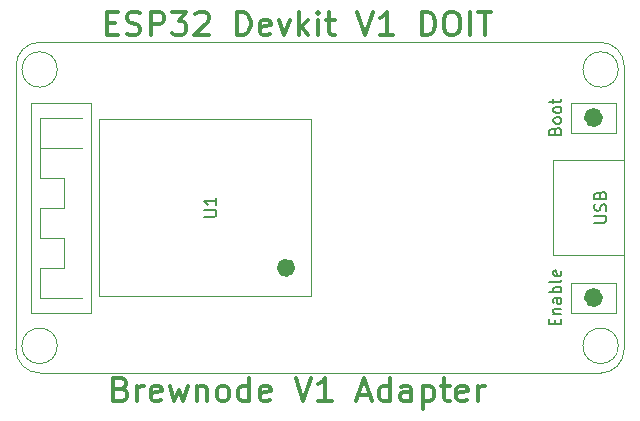
<source format=gto>
G04 #@! TF.GenerationSoftware,KiCad,Pcbnew,(5.1.6)-1*
G04 #@! TF.CreationDate,2020-10-09T19:42:38+02:00*
G04 #@! TF.ProjectId,Brewnode_MCU_Adapter,42726577-6e6f-4646-955f-4d43555f4164,rev?*
G04 #@! TF.SameCoordinates,Original*
G04 #@! TF.FileFunction,Legend,Top*
G04 #@! TF.FilePolarity,Positive*
%FSLAX46Y46*%
G04 Gerber Fmt 4.6, Leading zero omitted, Abs format (unit mm)*
G04 Created by KiCad (PCBNEW (5.1.6)-1) date 2020-10-09 19:42:38*
%MOMM*%
%LPD*%
G01*
G04 APERTURE LIST*
%ADD10C,0.300000*%
%ADD11C,1.000000*%
%ADD12C,0.120000*%
%ADD13C,0.800000*%
%ADD14C,0.150000*%
G04 APERTURE END LIST*
D10*
X132955142Y-82153142D02*
X133621809Y-82153142D01*
X133907523Y-83200761D02*
X132955142Y-83200761D01*
X132955142Y-81200761D01*
X133907523Y-81200761D01*
X134669428Y-83105523D02*
X134955142Y-83200761D01*
X135431333Y-83200761D01*
X135621809Y-83105523D01*
X135717047Y-83010285D01*
X135812285Y-82819809D01*
X135812285Y-82629333D01*
X135717047Y-82438857D01*
X135621809Y-82343619D01*
X135431333Y-82248380D01*
X135050380Y-82153142D01*
X134859904Y-82057904D01*
X134764666Y-81962666D01*
X134669428Y-81772190D01*
X134669428Y-81581714D01*
X134764666Y-81391238D01*
X134859904Y-81296000D01*
X135050380Y-81200761D01*
X135526571Y-81200761D01*
X135812285Y-81296000D01*
X136669428Y-83200761D02*
X136669428Y-81200761D01*
X137431333Y-81200761D01*
X137621809Y-81296000D01*
X137717047Y-81391238D01*
X137812285Y-81581714D01*
X137812285Y-81867428D01*
X137717047Y-82057904D01*
X137621809Y-82153142D01*
X137431333Y-82248380D01*
X136669428Y-82248380D01*
X138478952Y-81200761D02*
X139717047Y-81200761D01*
X139050380Y-81962666D01*
X139336095Y-81962666D01*
X139526571Y-82057904D01*
X139621809Y-82153142D01*
X139717047Y-82343619D01*
X139717047Y-82819809D01*
X139621809Y-83010285D01*
X139526571Y-83105523D01*
X139336095Y-83200761D01*
X138764666Y-83200761D01*
X138574190Y-83105523D01*
X138478952Y-83010285D01*
X140478952Y-81391238D02*
X140574190Y-81296000D01*
X140764666Y-81200761D01*
X141240857Y-81200761D01*
X141431333Y-81296000D01*
X141526571Y-81391238D01*
X141621809Y-81581714D01*
X141621809Y-81772190D01*
X141526571Y-82057904D01*
X140383714Y-83200761D01*
X141621809Y-83200761D01*
X144002761Y-83200761D02*
X144002761Y-81200761D01*
X144478952Y-81200761D01*
X144764666Y-81296000D01*
X144955142Y-81486476D01*
X145050380Y-81676952D01*
X145145619Y-82057904D01*
X145145619Y-82343619D01*
X145050380Y-82724571D01*
X144955142Y-82915047D01*
X144764666Y-83105523D01*
X144478952Y-83200761D01*
X144002761Y-83200761D01*
X146764666Y-83105523D02*
X146574190Y-83200761D01*
X146193238Y-83200761D01*
X146002761Y-83105523D01*
X145907523Y-82915047D01*
X145907523Y-82153142D01*
X146002761Y-81962666D01*
X146193238Y-81867428D01*
X146574190Y-81867428D01*
X146764666Y-81962666D01*
X146859904Y-82153142D01*
X146859904Y-82343619D01*
X145907523Y-82534095D01*
X147526571Y-81867428D02*
X148002761Y-83200761D01*
X148478952Y-81867428D01*
X149240857Y-83200761D02*
X149240857Y-81200761D01*
X149431333Y-82438857D02*
X150002761Y-83200761D01*
X150002761Y-81867428D02*
X149240857Y-82629333D01*
X150859904Y-83200761D02*
X150859904Y-81867428D01*
X150859904Y-81200761D02*
X150764666Y-81296000D01*
X150859904Y-81391238D01*
X150955142Y-81296000D01*
X150859904Y-81200761D01*
X150859904Y-81391238D01*
X151526571Y-81867428D02*
X152288476Y-81867428D01*
X151812285Y-81200761D02*
X151812285Y-82915047D01*
X151907523Y-83105523D01*
X152098000Y-83200761D01*
X152288476Y-83200761D01*
X154193238Y-81200761D02*
X154859904Y-83200761D01*
X155526571Y-81200761D01*
X157240857Y-83200761D02*
X156098000Y-83200761D01*
X156669428Y-83200761D02*
X156669428Y-81200761D01*
X156478952Y-81486476D01*
X156288476Y-81676952D01*
X156098000Y-81772190D01*
X159621809Y-83200761D02*
X159621809Y-81200761D01*
X160098000Y-81200761D01*
X160383714Y-81296000D01*
X160574190Y-81486476D01*
X160669428Y-81676952D01*
X160764666Y-82057904D01*
X160764666Y-82343619D01*
X160669428Y-82724571D01*
X160574190Y-82915047D01*
X160383714Y-83105523D01*
X160098000Y-83200761D01*
X159621809Y-83200761D01*
X162002761Y-81200761D02*
X162383714Y-81200761D01*
X162574190Y-81296000D01*
X162764666Y-81486476D01*
X162859904Y-81867428D01*
X162859904Y-82534095D01*
X162764666Y-82915047D01*
X162574190Y-83105523D01*
X162383714Y-83200761D01*
X162002761Y-83200761D01*
X161812285Y-83105523D01*
X161621809Y-82915047D01*
X161526571Y-82534095D01*
X161526571Y-81867428D01*
X161621809Y-81486476D01*
X161812285Y-81296000D01*
X162002761Y-81200761D01*
X163717047Y-83200761D02*
X163717047Y-81200761D01*
X164383714Y-81200761D02*
X165526571Y-81200761D01*
X164955142Y-83200761D02*
X164955142Y-81200761D01*
X134193238Y-113141142D02*
X134478952Y-113236380D01*
X134574190Y-113331619D01*
X134669428Y-113522095D01*
X134669428Y-113807809D01*
X134574190Y-113998285D01*
X134478952Y-114093523D01*
X134288476Y-114188761D01*
X133526571Y-114188761D01*
X133526571Y-112188761D01*
X134193238Y-112188761D01*
X134383714Y-112284000D01*
X134478952Y-112379238D01*
X134574190Y-112569714D01*
X134574190Y-112760190D01*
X134478952Y-112950666D01*
X134383714Y-113045904D01*
X134193238Y-113141142D01*
X133526571Y-113141142D01*
X135526571Y-114188761D02*
X135526571Y-112855428D01*
X135526571Y-113236380D02*
X135621809Y-113045904D01*
X135717047Y-112950666D01*
X135907523Y-112855428D01*
X136098000Y-112855428D01*
X137526571Y-114093523D02*
X137336095Y-114188761D01*
X136955142Y-114188761D01*
X136764666Y-114093523D01*
X136669428Y-113903047D01*
X136669428Y-113141142D01*
X136764666Y-112950666D01*
X136955142Y-112855428D01*
X137336095Y-112855428D01*
X137526571Y-112950666D01*
X137621809Y-113141142D01*
X137621809Y-113331619D01*
X136669428Y-113522095D01*
X138288476Y-112855428D02*
X138669428Y-114188761D01*
X139050380Y-113236380D01*
X139431333Y-114188761D01*
X139812285Y-112855428D01*
X140574190Y-112855428D02*
X140574190Y-114188761D01*
X140574190Y-113045904D02*
X140669428Y-112950666D01*
X140859904Y-112855428D01*
X141145619Y-112855428D01*
X141336095Y-112950666D01*
X141431333Y-113141142D01*
X141431333Y-114188761D01*
X142669428Y-114188761D02*
X142478952Y-114093523D01*
X142383714Y-113998285D01*
X142288476Y-113807809D01*
X142288476Y-113236380D01*
X142383714Y-113045904D01*
X142478952Y-112950666D01*
X142669428Y-112855428D01*
X142955142Y-112855428D01*
X143145619Y-112950666D01*
X143240857Y-113045904D01*
X143336095Y-113236380D01*
X143336095Y-113807809D01*
X143240857Y-113998285D01*
X143145619Y-114093523D01*
X142955142Y-114188761D01*
X142669428Y-114188761D01*
X145050380Y-114188761D02*
X145050380Y-112188761D01*
X145050380Y-114093523D02*
X144859904Y-114188761D01*
X144478952Y-114188761D01*
X144288476Y-114093523D01*
X144193238Y-113998285D01*
X144098000Y-113807809D01*
X144098000Y-113236380D01*
X144193238Y-113045904D01*
X144288476Y-112950666D01*
X144478952Y-112855428D01*
X144859904Y-112855428D01*
X145050380Y-112950666D01*
X146764666Y-114093523D02*
X146574190Y-114188761D01*
X146193238Y-114188761D01*
X146002761Y-114093523D01*
X145907523Y-113903047D01*
X145907523Y-113141142D01*
X146002761Y-112950666D01*
X146193238Y-112855428D01*
X146574190Y-112855428D01*
X146764666Y-112950666D01*
X146859904Y-113141142D01*
X146859904Y-113331619D01*
X145907523Y-113522095D01*
X148955142Y-112188761D02*
X149621809Y-114188761D01*
X150288476Y-112188761D01*
X152002761Y-114188761D02*
X150859904Y-114188761D01*
X151431333Y-114188761D02*
X151431333Y-112188761D01*
X151240857Y-112474476D01*
X151050380Y-112664952D01*
X150859904Y-112760190D01*
X154288476Y-113617333D02*
X155240857Y-113617333D01*
X154098000Y-114188761D02*
X154764666Y-112188761D01*
X155431333Y-114188761D01*
X156955142Y-114188761D02*
X156955142Y-112188761D01*
X156955142Y-114093523D02*
X156764666Y-114188761D01*
X156383714Y-114188761D01*
X156193238Y-114093523D01*
X156098000Y-113998285D01*
X156002761Y-113807809D01*
X156002761Y-113236380D01*
X156098000Y-113045904D01*
X156193238Y-112950666D01*
X156383714Y-112855428D01*
X156764666Y-112855428D01*
X156955142Y-112950666D01*
X158764666Y-114188761D02*
X158764666Y-113141142D01*
X158669428Y-112950666D01*
X158478952Y-112855428D01*
X158098000Y-112855428D01*
X157907523Y-112950666D01*
X158764666Y-114093523D02*
X158574190Y-114188761D01*
X158098000Y-114188761D01*
X157907523Y-114093523D01*
X157812285Y-113903047D01*
X157812285Y-113712571D01*
X157907523Y-113522095D01*
X158098000Y-113426857D01*
X158574190Y-113426857D01*
X158764666Y-113331619D01*
X159717047Y-112855428D02*
X159717047Y-114855428D01*
X159717047Y-112950666D02*
X159907523Y-112855428D01*
X160288476Y-112855428D01*
X160478952Y-112950666D01*
X160574190Y-113045904D01*
X160669428Y-113236380D01*
X160669428Y-113807809D01*
X160574190Y-113998285D01*
X160478952Y-114093523D01*
X160288476Y-114188761D01*
X159907523Y-114188761D01*
X159717047Y-114093523D01*
X161240857Y-112855428D02*
X162002761Y-112855428D01*
X161526571Y-112188761D02*
X161526571Y-113903047D01*
X161621809Y-114093523D01*
X161812285Y-114188761D01*
X162002761Y-114188761D01*
X163431333Y-114093523D02*
X163240857Y-114188761D01*
X162859904Y-114188761D01*
X162669428Y-114093523D01*
X162574190Y-113903047D01*
X162574190Y-113141142D01*
X162669428Y-112950666D01*
X162859904Y-112855428D01*
X163240857Y-112855428D01*
X163431333Y-112950666D01*
X163526571Y-113141142D01*
X163526571Y-113331619D01*
X162574190Y-113522095D01*
X164383714Y-114188761D02*
X164383714Y-112855428D01*
X164383714Y-113236380D02*
X164478952Y-113045904D01*
X164574190Y-112950666D01*
X164764666Y-112855428D01*
X164955142Y-112855428D01*
D11*
X174473000Y-90170000D02*
G75*
G03*
X174473000Y-90170000I-300000J0D01*
G01*
X174473000Y-105410000D02*
G75*
G03*
X174473000Y-105410000I-300000J0D01*
G01*
D12*
X172268000Y-104140000D02*
X176078000Y-104140000D01*
X172268000Y-106680000D02*
X172268000Y-104140000D01*
X176078000Y-106680000D02*
X172268000Y-106680000D01*
X176078000Y-104140000D02*
X176078000Y-106680000D01*
X176078000Y-91440000D02*
X172268000Y-91440000D01*
X176078000Y-88900000D02*
X176078000Y-91440000D01*
X172268000Y-88900000D02*
X176078000Y-88900000D01*
X172268000Y-91440000D02*
X172268000Y-88900000D01*
D13*
X148538000Y-102870000D02*
G75*
G03*
X148538000Y-102870000I-400000J0D01*
G01*
D12*
X150278000Y-105290000D02*
X132278000Y-105290000D01*
X150278000Y-90290000D02*
X150278000Y-105290000D01*
X132278000Y-90290000D02*
X150278000Y-90290000D01*
X132278000Y-105290000D02*
X132278000Y-90290000D01*
X127310000Y-92710000D02*
X130866000Y-92710000D01*
X127310000Y-90170000D02*
X130866000Y-90170000D01*
X127310000Y-95250000D02*
X127310000Y-90170000D01*
X129342000Y-95250000D02*
X127310000Y-95250000D01*
X129342000Y-97790000D02*
X129342000Y-95250000D01*
X127310000Y-97790000D02*
X129342000Y-97790000D01*
X127310000Y-100330000D02*
X127310000Y-97790000D01*
X129342000Y-100330000D02*
X127310000Y-100330000D01*
X129342000Y-102870000D02*
X129342000Y-100330000D01*
X127310000Y-102870000D02*
X129342000Y-102870000D01*
X127310000Y-105410000D02*
X127310000Y-102870000D01*
X130866000Y-105410000D02*
X127310000Y-105410000D01*
X131628000Y-106680000D02*
X126548000Y-106680000D01*
X131628000Y-88900000D02*
X131628000Y-106680000D01*
X126548000Y-88900000D02*
X131628000Y-88900000D01*
X126548000Y-106680000D02*
X126548000Y-88900000D01*
X170778000Y-101790000D02*
X170778000Y-93790000D01*
X170778000Y-93790000D02*
X176778000Y-93790000D01*
X170778000Y-101790000D02*
X176778000Y-101790000D01*
X176278000Y-86090000D02*
G75*
G03*
X176278000Y-86090000I-1500000J0D01*
G01*
X176278000Y-109490000D02*
G75*
G03*
X176278000Y-109490000I-1500000J0D01*
G01*
X125278000Y-109790000D02*
X125278000Y-85790000D01*
X176778000Y-109790000D02*
X176778000Y-85790000D01*
X127278000Y-111790000D02*
X174778000Y-111790000D01*
X174778000Y-83790000D02*
X127278000Y-83790000D01*
X128778000Y-86090000D02*
G75*
G03*
X128778000Y-86090000I-1500000J0D01*
G01*
X128778000Y-109490000D02*
G75*
G03*
X128778000Y-109490000I-1500000J0D01*
G01*
X174778000Y-83790000D02*
G75*
G02*
X176778000Y-85790000I0J-2000000D01*
G01*
X176778000Y-109790000D02*
G75*
G02*
X174778000Y-111790000I-2000000J0D01*
G01*
X127278000Y-111790000D02*
G75*
G02*
X125278000Y-109790000I0J2000000D01*
G01*
X125278000Y-85790000D02*
G75*
G02*
X127278000Y-83790000I2000000J0D01*
G01*
D14*
X141240380Y-98551904D02*
X142049904Y-98551904D01*
X142145142Y-98504285D01*
X142192761Y-98456666D01*
X142240380Y-98361428D01*
X142240380Y-98170952D01*
X142192761Y-98075714D01*
X142145142Y-98028095D01*
X142049904Y-97980476D01*
X141240380Y-97980476D01*
X142240380Y-96980476D02*
X142240380Y-97551904D01*
X142240380Y-97266190D02*
X141240380Y-97266190D01*
X141383238Y-97361428D01*
X141478476Y-97456666D01*
X141526095Y-97551904D01*
X170926571Y-107671904D02*
X170926571Y-107338571D01*
X171450380Y-107195714D02*
X171450380Y-107671904D01*
X170450380Y-107671904D01*
X170450380Y-107195714D01*
X170783714Y-106767142D02*
X171450380Y-106767142D01*
X170878952Y-106767142D02*
X170831333Y-106719523D01*
X170783714Y-106624285D01*
X170783714Y-106481428D01*
X170831333Y-106386190D01*
X170926571Y-106338571D01*
X171450380Y-106338571D01*
X171450380Y-105433809D02*
X170926571Y-105433809D01*
X170831333Y-105481428D01*
X170783714Y-105576666D01*
X170783714Y-105767142D01*
X170831333Y-105862380D01*
X171402761Y-105433809D02*
X171450380Y-105529047D01*
X171450380Y-105767142D01*
X171402761Y-105862380D01*
X171307523Y-105910000D01*
X171212285Y-105910000D01*
X171117047Y-105862380D01*
X171069428Y-105767142D01*
X171069428Y-105529047D01*
X171021809Y-105433809D01*
X171450380Y-104957619D02*
X170450380Y-104957619D01*
X170831333Y-104957619D02*
X170783714Y-104862380D01*
X170783714Y-104671904D01*
X170831333Y-104576666D01*
X170878952Y-104529047D01*
X170974190Y-104481428D01*
X171259904Y-104481428D01*
X171355142Y-104529047D01*
X171402761Y-104576666D01*
X171450380Y-104671904D01*
X171450380Y-104862380D01*
X171402761Y-104957619D01*
X171450380Y-103910000D02*
X171402761Y-104005238D01*
X171307523Y-104052857D01*
X170450380Y-104052857D01*
X171402761Y-103148095D02*
X171450380Y-103243333D01*
X171450380Y-103433809D01*
X171402761Y-103529047D01*
X171307523Y-103576666D01*
X170926571Y-103576666D01*
X170831333Y-103529047D01*
X170783714Y-103433809D01*
X170783714Y-103243333D01*
X170831333Y-103148095D01*
X170926571Y-103100476D01*
X171021809Y-103100476D01*
X171117047Y-103576666D01*
X170926571Y-91289047D02*
X170974190Y-91146190D01*
X171021809Y-91098571D01*
X171117047Y-91050952D01*
X171259904Y-91050952D01*
X171355142Y-91098571D01*
X171402761Y-91146190D01*
X171450380Y-91241428D01*
X171450380Y-91622380D01*
X170450380Y-91622380D01*
X170450380Y-91289047D01*
X170498000Y-91193809D01*
X170545619Y-91146190D01*
X170640857Y-91098571D01*
X170736095Y-91098571D01*
X170831333Y-91146190D01*
X170878952Y-91193809D01*
X170926571Y-91289047D01*
X170926571Y-91622380D01*
X171450380Y-90479523D02*
X171402761Y-90574761D01*
X171355142Y-90622380D01*
X171259904Y-90670000D01*
X170974190Y-90670000D01*
X170878952Y-90622380D01*
X170831333Y-90574761D01*
X170783714Y-90479523D01*
X170783714Y-90336666D01*
X170831333Y-90241428D01*
X170878952Y-90193809D01*
X170974190Y-90146190D01*
X171259904Y-90146190D01*
X171355142Y-90193809D01*
X171402761Y-90241428D01*
X171450380Y-90336666D01*
X171450380Y-90479523D01*
X171450380Y-89574761D02*
X171402761Y-89670000D01*
X171355142Y-89717619D01*
X171259904Y-89765238D01*
X170974190Y-89765238D01*
X170878952Y-89717619D01*
X170831333Y-89670000D01*
X170783714Y-89574761D01*
X170783714Y-89431904D01*
X170831333Y-89336666D01*
X170878952Y-89289047D01*
X170974190Y-89241428D01*
X171259904Y-89241428D01*
X171355142Y-89289047D01*
X171402761Y-89336666D01*
X171450380Y-89431904D01*
X171450380Y-89574761D01*
X170783714Y-88955714D02*
X170783714Y-88574761D01*
X170450380Y-88812857D02*
X171307523Y-88812857D01*
X171402761Y-88765238D01*
X171450380Y-88670000D01*
X171450380Y-88574761D01*
X174260380Y-99051904D02*
X175069904Y-99051904D01*
X175165142Y-99004285D01*
X175212761Y-98956666D01*
X175260380Y-98861428D01*
X175260380Y-98670952D01*
X175212761Y-98575714D01*
X175165142Y-98528095D01*
X175069904Y-98480476D01*
X174260380Y-98480476D01*
X175212761Y-98051904D02*
X175260380Y-97909047D01*
X175260380Y-97670952D01*
X175212761Y-97575714D01*
X175165142Y-97528095D01*
X175069904Y-97480476D01*
X174974666Y-97480476D01*
X174879428Y-97528095D01*
X174831809Y-97575714D01*
X174784190Y-97670952D01*
X174736571Y-97861428D01*
X174688952Y-97956666D01*
X174641333Y-98004285D01*
X174546095Y-98051904D01*
X174450857Y-98051904D01*
X174355619Y-98004285D01*
X174308000Y-97956666D01*
X174260380Y-97861428D01*
X174260380Y-97623333D01*
X174308000Y-97480476D01*
X174736571Y-96718571D02*
X174784190Y-96575714D01*
X174831809Y-96528095D01*
X174927047Y-96480476D01*
X175069904Y-96480476D01*
X175165142Y-96528095D01*
X175212761Y-96575714D01*
X175260380Y-96670952D01*
X175260380Y-97051904D01*
X174260380Y-97051904D01*
X174260380Y-96718571D01*
X174308000Y-96623333D01*
X174355619Y-96575714D01*
X174450857Y-96528095D01*
X174546095Y-96528095D01*
X174641333Y-96575714D01*
X174688952Y-96623333D01*
X174736571Y-96718571D01*
X174736571Y-97051904D01*
M02*

</source>
